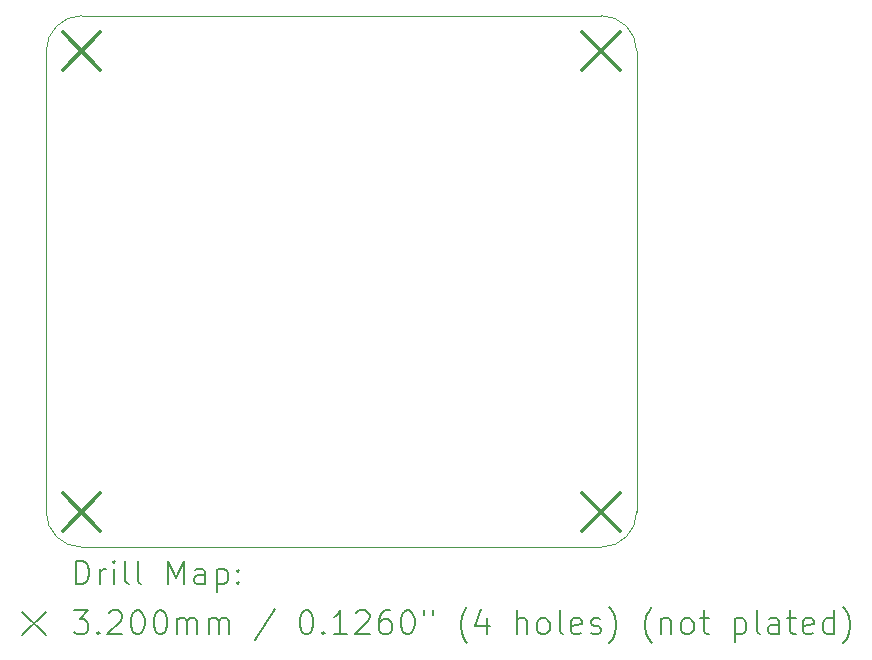
<source format=gbr>
%TF.GenerationSoftware,KiCad,Pcbnew,(6.0.7)*%
%TF.CreationDate,2022-10-27T11:48:30+02:00*%
%TF.ProjectId,mainControl,6d61696e-436f-46e7-9472-6f6c2e6b6963,rev?*%
%TF.SameCoordinates,Original*%
%TF.FileFunction,Drillmap*%
%TF.FilePolarity,Positive*%
%FSLAX45Y45*%
G04 Gerber Fmt 4.5, Leading zero omitted, Abs format (unit mm)*
G04 Created by KiCad (PCBNEW (6.0.7)) date 2022-10-27 11:48:30*
%MOMM*%
%LPD*%
G01*
G04 APERTURE LIST*
%ADD10C,0.100000*%
%ADD11C,0.200000*%
%ADD12C,0.320000*%
G04 APERTURE END LIST*
D10*
X11700000Y-13200000D02*
X7300000Y-13200000D01*
X7300000Y-13200000D02*
G75*
G03*
X7000000Y-13500000I0J-300000D01*
G01*
X11700000Y-17700000D02*
G75*
G03*
X12000000Y-17400000I0J300000D01*
G01*
X7300000Y-17700000D02*
X11700000Y-17700000D01*
X7000000Y-17400000D02*
G75*
G03*
X7300000Y-17700000I300000J0D01*
G01*
X12000000Y-13500000D02*
G75*
G03*
X11700000Y-13200000I-300000J0D01*
G01*
X12000000Y-13500000D02*
X12000000Y-17400000D01*
X7000000Y-13500000D02*
X7000000Y-17400000D01*
D11*
D12*
X7140000Y-13340000D02*
X7460000Y-13660000D01*
X7460000Y-13340000D02*
X7140000Y-13660000D01*
X7140000Y-17240000D02*
X7460000Y-17560000D01*
X7460000Y-17240000D02*
X7140000Y-17560000D01*
X11540000Y-13340000D02*
X11860000Y-13660000D01*
X11860000Y-13340000D02*
X11540000Y-13660000D01*
X11540000Y-17240000D02*
X11860000Y-17560000D01*
X11860000Y-17240000D02*
X11540000Y-17560000D01*
D11*
X7252619Y-18015476D02*
X7252619Y-17815476D01*
X7300238Y-17815476D01*
X7328809Y-17825000D01*
X7347857Y-17844048D01*
X7357381Y-17863095D01*
X7366905Y-17901190D01*
X7366905Y-17929762D01*
X7357381Y-17967857D01*
X7347857Y-17986905D01*
X7328809Y-18005952D01*
X7300238Y-18015476D01*
X7252619Y-18015476D01*
X7452619Y-18015476D02*
X7452619Y-17882143D01*
X7452619Y-17920238D02*
X7462143Y-17901190D01*
X7471667Y-17891667D01*
X7490714Y-17882143D01*
X7509762Y-17882143D01*
X7576428Y-18015476D02*
X7576428Y-17882143D01*
X7576428Y-17815476D02*
X7566905Y-17825000D01*
X7576428Y-17834524D01*
X7585952Y-17825000D01*
X7576428Y-17815476D01*
X7576428Y-17834524D01*
X7700238Y-18015476D02*
X7681190Y-18005952D01*
X7671667Y-17986905D01*
X7671667Y-17815476D01*
X7805000Y-18015476D02*
X7785952Y-18005952D01*
X7776428Y-17986905D01*
X7776428Y-17815476D01*
X8033571Y-18015476D02*
X8033571Y-17815476D01*
X8100238Y-17958333D01*
X8166905Y-17815476D01*
X8166905Y-18015476D01*
X8347857Y-18015476D02*
X8347857Y-17910714D01*
X8338333Y-17891667D01*
X8319286Y-17882143D01*
X8281190Y-17882143D01*
X8262143Y-17891667D01*
X8347857Y-18005952D02*
X8328809Y-18015476D01*
X8281190Y-18015476D01*
X8262143Y-18005952D01*
X8252619Y-17986905D01*
X8252619Y-17967857D01*
X8262143Y-17948810D01*
X8281190Y-17939286D01*
X8328809Y-17939286D01*
X8347857Y-17929762D01*
X8443095Y-17882143D02*
X8443095Y-18082143D01*
X8443095Y-17891667D02*
X8462143Y-17882143D01*
X8500238Y-17882143D01*
X8519286Y-17891667D01*
X8528810Y-17901190D01*
X8538333Y-17920238D01*
X8538333Y-17977381D01*
X8528810Y-17996429D01*
X8519286Y-18005952D01*
X8500238Y-18015476D01*
X8462143Y-18015476D01*
X8443095Y-18005952D01*
X8624048Y-17996429D02*
X8633571Y-18005952D01*
X8624048Y-18015476D01*
X8614524Y-18005952D01*
X8624048Y-17996429D01*
X8624048Y-18015476D01*
X8624048Y-17891667D02*
X8633571Y-17901190D01*
X8624048Y-17910714D01*
X8614524Y-17901190D01*
X8624048Y-17891667D01*
X8624048Y-17910714D01*
X6795000Y-18245000D02*
X6995000Y-18445000D01*
X6995000Y-18245000D02*
X6795000Y-18445000D01*
X7233571Y-18235476D02*
X7357381Y-18235476D01*
X7290714Y-18311667D01*
X7319286Y-18311667D01*
X7338333Y-18321190D01*
X7347857Y-18330714D01*
X7357381Y-18349762D01*
X7357381Y-18397381D01*
X7347857Y-18416429D01*
X7338333Y-18425952D01*
X7319286Y-18435476D01*
X7262143Y-18435476D01*
X7243095Y-18425952D01*
X7233571Y-18416429D01*
X7443095Y-18416429D02*
X7452619Y-18425952D01*
X7443095Y-18435476D01*
X7433571Y-18425952D01*
X7443095Y-18416429D01*
X7443095Y-18435476D01*
X7528809Y-18254524D02*
X7538333Y-18245000D01*
X7557381Y-18235476D01*
X7605000Y-18235476D01*
X7624048Y-18245000D01*
X7633571Y-18254524D01*
X7643095Y-18273571D01*
X7643095Y-18292619D01*
X7633571Y-18321190D01*
X7519286Y-18435476D01*
X7643095Y-18435476D01*
X7766905Y-18235476D02*
X7785952Y-18235476D01*
X7805000Y-18245000D01*
X7814524Y-18254524D01*
X7824048Y-18273571D01*
X7833571Y-18311667D01*
X7833571Y-18359286D01*
X7824048Y-18397381D01*
X7814524Y-18416429D01*
X7805000Y-18425952D01*
X7785952Y-18435476D01*
X7766905Y-18435476D01*
X7747857Y-18425952D01*
X7738333Y-18416429D01*
X7728809Y-18397381D01*
X7719286Y-18359286D01*
X7719286Y-18311667D01*
X7728809Y-18273571D01*
X7738333Y-18254524D01*
X7747857Y-18245000D01*
X7766905Y-18235476D01*
X7957381Y-18235476D02*
X7976428Y-18235476D01*
X7995476Y-18245000D01*
X8005000Y-18254524D01*
X8014524Y-18273571D01*
X8024048Y-18311667D01*
X8024048Y-18359286D01*
X8014524Y-18397381D01*
X8005000Y-18416429D01*
X7995476Y-18425952D01*
X7976428Y-18435476D01*
X7957381Y-18435476D01*
X7938333Y-18425952D01*
X7928809Y-18416429D01*
X7919286Y-18397381D01*
X7909762Y-18359286D01*
X7909762Y-18311667D01*
X7919286Y-18273571D01*
X7928809Y-18254524D01*
X7938333Y-18245000D01*
X7957381Y-18235476D01*
X8109762Y-18435476D02*
X8109762Y-18302143D01*
X8109762Y-18321190D02*
X8119286Y-18311667D01*
X8138333Y-18302143D01*
X8166905Y-18302143D01*
X8185952Y-18311667D01*
X8195476Y-18330714D01*
X8195476Y-18435476D01*
X8195476Y-18330714D02*
X8205000Y-18311667D01*
X8224048Y-18302143D01*
X8252619Y-18302143D01*
X8271667Y-18311667D01*
X8281190Y-18330714D01*
X8281190Y-18435476D01*
X8376428Y-18435476D02*
X8376428Y-18302143D01*
X8376428Y-18321190D02*
X8385952Y-18311667D01*
X8405000Y-18302143D01*
X8433571Y-18302143D01*
X8452619Y-18311667D01*
X8462143Y-18330714D01*
X8462143Y-18435476D01*
X8462143Y-18330714D02*
X8471667Y-18311667D01*
X8490714Y-18302143D01*
X8519286Y-18302143D01*
X8538333Y-18311667D01*
X8547857Y-18330714D01*
X8547857Y-18435476D01*
X8938333Y-18225952D02*
X8766905Y-18483095D01*
X9195476Y-18235476D02*
X9214524Y-18235476D01*
X9233571Y-18245000D01*
X9243095Y-18254524D01*
X9252619Y-18273571D01*
X9262143Y-18311667D01*
X9262143Y-18359286D01*
X9252619Y-18397381D01*
X9243095Y-18416429D01*
X9233571Y-18425952D01*
X9214524Y-18435476D01*
X9195476Y-18435476D01*
X9176429Y-18425952D01*
X9166905Y-18416429D01*
X9157381Y-18397381D01*
X9147857Y-18359286D01*
X9147857Y-18311667D01*
X9157381Y-18273571D01*
X9166905Y-18254524D01*
X9176429Y-18245000D01*
X9195476Y-18235476D01*
X9347857Y-18416429D02*
X9357381Y-18425952D01*
X9347857Y-18435476D01*
X9338333Y-18425952D01*
X9347857Y-18416429D01*
X9347857Y-18435476D01*
X9547857Y-18435476D02*
X9433571Y-18435476D01*
X9490714Y-18435476D02*
X9490714Y-18235476D01*
X9471667Y-18264048D01*
X9452619Y-18283095D01*
X9433571Y-18292619D01*
X9624048Y-18254524D02*
X9633571Y-18245000D01*
X9652619Y-18235476D01*
X9700238Y-18235476D01*
X9719286Y-18245000D01*
X9728810Y-18254524D01*
X9738333Y-18273571D01*
X9738333Y-18292619D01*
X9728810Y-18321190D01*
X9614524Y-18435476D01*
X9738333Y-18435476D01*
X9909762Y-18235476D02*
X9871667Y-18235476D01*
X9852619Y-18245000D01*
X9843095Y-18254524D01*
X9824048Y-18283095D01*
X9814524Y-18321190D01*
X9814524Y-18397381D01*
X9824048Y-18416429D01*
X9833571Y-18425952D01*
X9852619Y-18435476D01*
X9890714Y-18435476D01*
X9909762Y-18425952D01*
X9919286Y-18416429D01*
X9928810Y-18397381D01*
X9928810Y-18349762D01*
X9919286Y-18330714D01*
X9909762Y-18321190D01*
X9890714Y-18311667D01*
X9852619Y-18311667D01*
X9833571Y-18321190D01*
X9824048Y-18330714D01*
X9814524Y-18349762D01*
X10052619Y-18235476D02*
X10071667Y-18235476D01*
X10090714Y-18245000D01*
X10100238Y-18254524D01*
X10109762Y-18273571D01*
X10119286Y-18311667D01*
X10119286Y-18359286D01*
X10109762Y-18397381D01*
X10100238Y-18416429D01*
X10090714Y-18425952D01*
X10071667Y-18435476D01*
X10052619Y-18435476D01*
X10033571Y-18425952D01*
X10024048Y-18416429D01*
X10014524Y-18397381D01*
X10005000Y-18359286D01*
X10005000Y-18311667D01*
X10014524Y-18273571D01*
X10024048Y-18254524D01*
X10033571Y-18245000D01*
X10052619Y-18235476D01*
X10195476Y-18235476D02*
X10195476Y-18273571D01*
X10271667Y-18235476D02*
X10271667Y-18273571D01*
X10566905Y-18511667D02*
X10557381Y-18502143D01*
X10538333Y-18473571D01*
X10528810Y-18454524D01*
X10519286Y-18425952D01*
X10509762Y-18378333D01*
X10509762Y-18340238D01*
X10519286Y-18292619D01*
X10528810Y-18264048D01*
X10538333Y-18245000D01*
X10557381Y-18216429D01*
X10566905Y-18206905D01*
X10728810Y-18302143D02*
X10728810Y-18435476D01*
X10681190Y-18225952D02*
X10633571Y-18368810D01*
X10757381Y-18368810D01*
X10985952Y-18435476D02*
X10985952Y-18235476D01*
X11071667Y-18435476D02*
X11071667Y-18330714D01*
X11062143Y-18311667D01*
X11043095Y-18302143D01*
X11014524Y-18302143D01*
X10995476Y-18311667D01*
X10985952Y-18321190D01*
X11195476Y-18435476D02*
X11176429Y-18425952D01*
X11166905Y-18416429D01*
X11157381Y-18397381D01*
X11157381Y-18340238D01*
X11166905Y-18321190D01*
X11176429Y-18311667D01*
X11195476Y-18302143D01*
X11224048Y-18302143D01*
X11243095Y-18311667D01*
X11252619Y-18321190D01*
X11262143Y-18340238D01*
X11262143Y-18397381D01*
X11252619Y-18416429D01*
X11243095Y-18425952D01*
X11224048Y-18435476D01*
X11195476Y-18435476D01*
X11376428Y-18435476D02*
X11357381Y-18425952D01*
X11347857Y-18406905D01*
X11347857Y-18235476D01*
X11528809Y-18425952D02*
X11509762Y-18435476D01*
X11471667Y-18435476D01*
X11452619Y-18425952D01*
X11443095Y-18406905D01*
X11443095Y-18330714D01*
X11452619Y-18311667D01*
X11471667Y-18302143D01*
X11509762Y-18302143D01*
X11528809Y-18311667D01*
X11538333Y-18330714D01*
X11538333Y-18349762D01*
X11443095Y-18368810D01*
X11614524Y-18425952D02*
X11633571Y-18435476D01*
X11671667Y-18435476D01*
X11690714Y-18425952D01*
X11700238Y-18406905D01*
X11700238Y-18397381D01*
X11690714Y-18378333D01*
X11671667Y-18368810D01*
X11643095Y-18368810D01*
X11624048Y-18359286D01*
X11614524Y-18340238D01*
X11614524Y-18330714D01*
X11624048Y-18311667D01*
X11643095Y-18302143D01*
X11671667Y-18302143D01*
X11690714Y-18311667D01*
X11766905Y-18511667D02*
X11776428Y-18502143D01*
X11795476Y-18473571D01*
X11805000Y-18454524D01*
X11814524Y-18425952D01*
X11824048Y-18378333D01*
X11824048Y-18340238D01*
X11814524Y-18292619D01*
X11805000Y-18264048D01*
X11795476Y-18245000D01*
X11776428Y-18216429D01*
X11766905Y-18206905D01*
X12128809Y-18511667D02*
X12119286Y-18502143D01*
X12100238Y-18473571D01*
X12090714Y-18454524D01*
X12081190Y-18425952D01*
X12071667Y-18378333D01*
X12071667Y-18340238D01*
X12081190Y-18292619D01*
X12090714Y-18264048D01*
X12100238Y-18245000D01*
X12119286Y-18216429D01*
X12128809Y-18206905D01*
X12205000Y-18302143D02*
X12205000Y-18435476D01*
X12205000Y-18321190D02*
X12214524Y-18311667D01*
X12233571Y-18302143D01*
X12262143Y-18302143D01*
X12281190Y-18311667D01*
X12290714Y-18330714D01*
X12290714Y-18435476D01*
X12414524Y-18435476D02*
X12395476Y-18425952D01*
X12385952Y-18416429D01*
X12376428Y-18397381D01*
X12376428Y-18340238D01*
X12385952Y-18321190D01*
X12395476Y-18311667D01*
X12414524Y-18302143D01*
X12443095Y-18302143D01*
X12462143Y-18311667D01*
X12471667Y-18321190D01*
X12481190Y-18340238D01*
X12481190Y-18397381D01*
X12471667Y-18416429D01*
X12462143Y-18425952D01*
X12443095Y-18435476D01*
X12414524Y-18435476D01*
X12538333Y-18302143D02*
X12614524Y-18302143D01*
X12566905Y-18235476D02*
X12566905Y-18406905D01*
X12576428Y-18425952D01*
X12595476Y-18435476D01*
X12614524Y-18435476D01*
X12833571Y-18302143D02*
X12833571Y-18502143D01*
X12833571Y-18311667D02*
X12852619Y-18302143D01*
X12890714Y-18302143D01*
X12909762Y-18311667D01*
X12919286Y-18321190D01*
X12928809Y-18340238D01*
X12928809Y-18397381D01*
X12919286Y-18416429D01*
X12909762Y-18425952D01*
X12890714Y-18435476D01*
X12852619Y-18435476D01*
X12833571Y-18425952D01*
X13043095Y-18435476D02*
X13024048Y-18425952D01*
X13014524Y-18406905D01*
X13014524Y-18235476D01*
X13205000Y-18435476D02*
X13205000Y-18330714D01*
X13195476Y-18311667D01*
X13176428Y-18302143D01*
X13138333Y-18302143D01*
X13119286Y-18311667D01*
X13205000Y-18425952D02*
X13185952Y-18435476D01*
X13138333Y-18435476D01*
X13119286Y-18425952D01*
X13109762Y-18406905D01*
X13109762Y-18387857D01*
X13119286Y-18368810D01*
X13138333Y-18359286D01*
X13185952Y-18359286D01*
X13205000Y-18349762D01*
X13271667Y-18302143D02*
X13347857Y-18302143D01*
X13300238Y-18235476D02*
X13300238Y-18406905D01*
X13309762Y-18425952D01*
X13328809Y-18435476D01*
X13347857Y-18435476D01*
X13490714Y-18425952D02*
X13471667Y-18435476D01*
X13433571Y-18435476D01*
X13414524Y-18425952D01*
X13405000Y-18406905D01*
X13405000Y-18330714D01*
X13414524Y-18311667D01*
X13433571Y-18302143D01*
X13471667Y-18302143D01*
X13490714Y-18311667D01*
X13500238Y-18330714D01*
X13500238Y-18349762D01*
X13405000Y-18368810D01*
X13671667Y-18435476D02*
X13671667Y-18235476D01*
X13671667Y-18425952D02*
X13652619Y-18435476D01*
X13614524Y-18435476D01*
X13595476Y-18425952D01*
X13585952Y-18416429D01*
X13576428Y-18397381D01*
X13576428Y-18340238D01*
X13585952Y-18321190D01*
X13595476Y-18311667D01*
X13614524Y-18302143D01*
X13652619Y-18302143D01*
X13671667Y-18311667D01*
X13747857Y-18511667D02*
X13757381Y-18502143D01*
X13776428Y-18473571D01*
X13785952Y-18454524D01*
X13795476Y-18425952D01*
X13805000Y-18378333D01*
X13805000Y-18340238D01*
X13795476Y-18292619D01*
X13785952Y-18264048D01*
X13776428Y-18245000D01*
X13757381Y-18216429D01*
X13747857Y-18206905D01*
M02*

</source>
